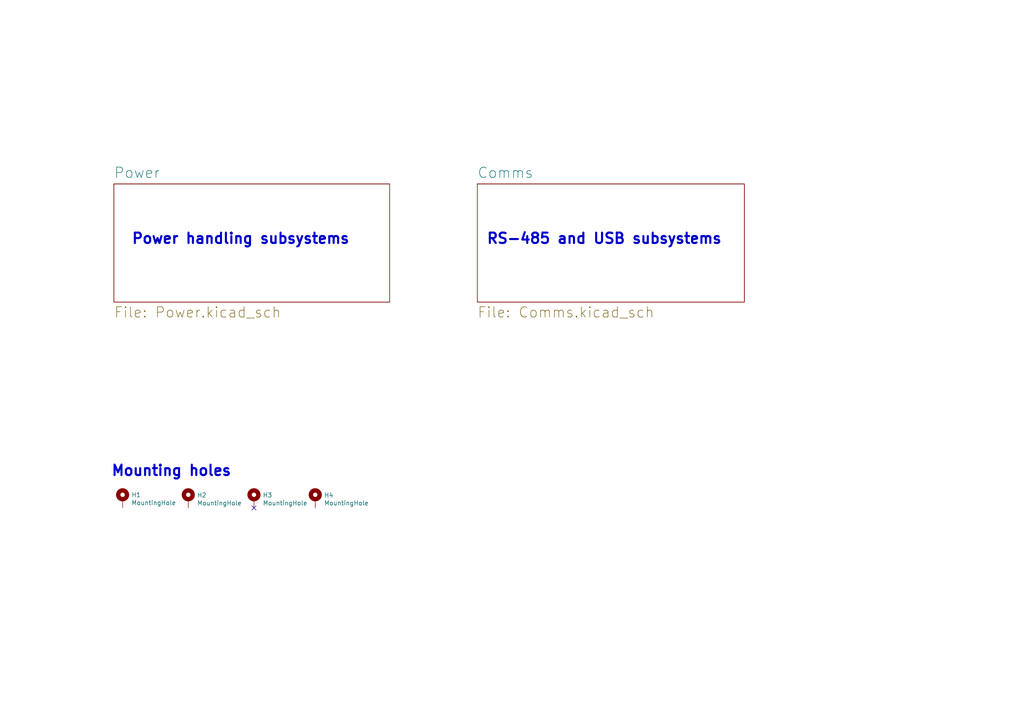
<source format=kicad_sch>
(kicad_sch (version 20200820) (host eeschema "5.99.0-unknown-dd374e12a~102~ubuntu20.04.1")
  (page 1 3)
  (paper "A4")
  (lib_symbols
    (symbol "Mechanical:MountingHole_Pad" (pin_numbers hide) (pin_names hide)
      (property "Reference" "H" (at 0 6.35 0))
      (property "Value" "MountingHole_Pad" (at 0 4.445 0))
      (symbol "MountingHole_Pad_0_1"
        (circle (center 0 1.27) (radius 1.27) (stroke (width 1.27)))
      )
      (symbol "MountingHole_Pad_1_1"
        (pin input line (at 0 -2.54 90) (length 2.54) (name "1") (number "1"))
      )
    )
  )
  (no_connect (at 73.66 147.32))
  (text "Mounting holes" (at 67.31 138.43 180) (effects (font (size 2.9972 2.9972) (thickness 0.5994) bold) (justify right bottom)))
  (text "Power handling subsystems" (at 101.6 71.12 180) (effects (font (size 2.9972 2.9972) (thickness 0.5994) bold) (justify right bottom)))
  (text "RS-485 and USB subsystems" (at 209.55 71.12 180) (effects (font (size 2.9972 2.9972) (thickness 0.5994) bold) (justify right bottom)))
  (symbol (lib_id "Mechanical:MountingHole_Pad") (at 35.56 144.78 0) (unit 1)
    (property "Reference" "H1" (at 38.1 143.5354 0) (effects (justify left)))
    (property "Value" "MountingHole" (at 38.1 145.8468 0) (effects (justify left)))
    (property "Footprint" "MountingHole:MountingHole_3.2mm_M3_DIN965_Pad" (effects hide))
  )
  (symbol (lib_id "Mechanical:MountingHole_Pad") (at 54.61 144.78 0) (unit 1)
    (property "Reference" "H2" (at 57.15 143.6116 0) (effects (justify left)))
    (property "Value" "MountingHole" (at 57.15 145.923 0) (effects (justify left)))
    (property "Footprint" "MountingHole:MountingHole_3.2mm_M3_DIN965_Pad" (effects hide))
  )
  (symbol (lib_id "Mechanical:MountingHole_Pad") (at 73.66 144.78 0) (unit 1)
    (property "Reference" "H3" (at 76.2 143.6116 0) (effects (justify left)))
    (property "Value" "MountingHole" (at 76.2 145.923 0) (effects (justify left)))
    (property "Footprint" "MountingHole:MountingHole_3.2mm_M3_DIN965_Pad" (effects hide))
  )
  (symbol (lib_id "Mechanical:MountingHole_Pad") (at 91.44 144.78 0) (unit 1)
    (property "Reference" "H4" (at 93.98 143.6116 0) (effects (justify left)))
    (property "Value" "MountingHole" (at 93.98 145.923 0) (effects (justify left)))
    (property "Footprint" "MountingHole:MountingHole_3.2mm_M3_DIN965_Pad" (effects hide))
  )
  (sheet (at 138.43 53.34) (size 77.47 34.29)
    (property "Sheet name" "Comms" (at 138.43 51.8409 0) (effects (font (size 2.9972 2.9972)) (justify left bottom)))
    (property "Sheet file" "Comms.kicad_sch" (at 138.43 88.8294 0) (effects (font (size 2.9972 2.9972)) (justify left top)))
  )
  (sheet (at 33.02 53.34) (size 80.01 34.29)
    (property "Sheet name" "Power" (at 33.02 51.8409 0) (effects (font (size 2.9972 2.9972)) (justify left bottom)))
    (property "Sheet file" "Power.kicad_sch" (at 33.02 88.8294 0) (effects (font (size 2.9972 2.9972)) (justify left top)))
  )
)
</source>
